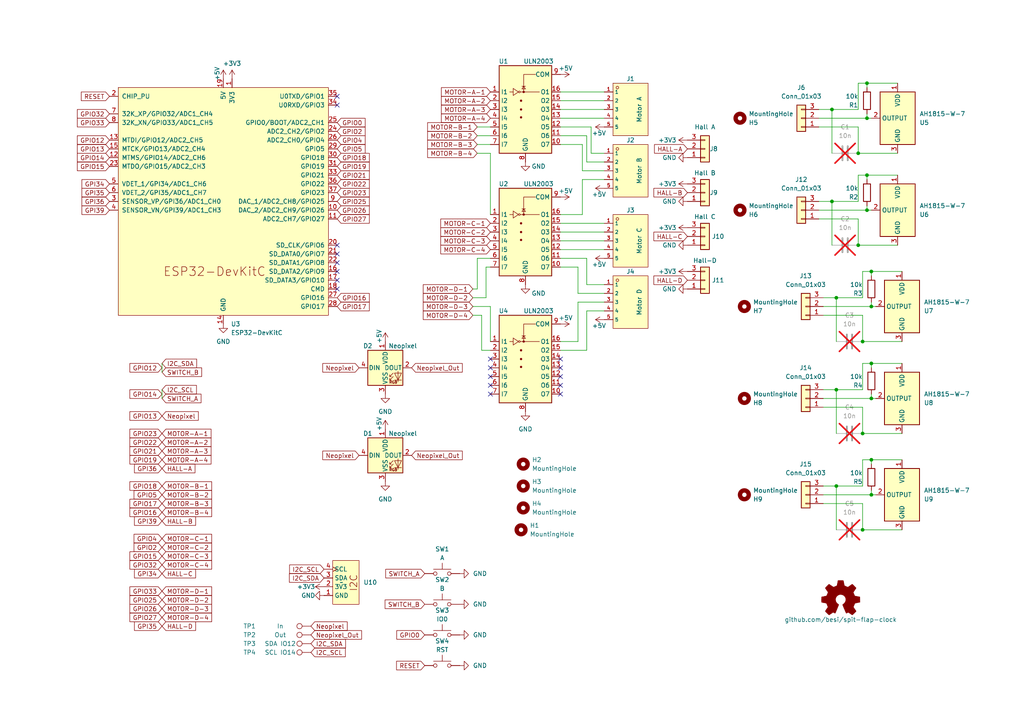
<source format=kicad_sch>
(kicad_sch (version 20230121) (generator eeschema)
  (paper "A4")
  (title_block (title "SplitFlap Driver") (date "2025-01-26") (rev "v1.0") (company "Besmer Labs"))
  (junction (at 252.73 105.41))
  (junction (at 242.57 140.97))
  (junction (at 252.73 78.74))
  (junction (at 242.57 113.03))
  (junction (at 250.19 153.67))
  (junction (at 57.15 -20.32))
  (junction (at 252.73 143.51))
  (junction (at 50.8 -15.24))
  (junction (at 248.92 71.12))
  (junction (at 241.3 31.75))
  (junction (at 251.46 34.29))
  (junction (at 101.6 -15.24))
  (junction (at 251.46 60.96))
  (junction (at 250.19 99.06))
  (junction (at 250.19 125.73))
  (junction (at 129.54 -15.24))
  (junction (at 251.46 50.8))
  (junction (at 252.73 88.9))
  (junction (at 242.57 86.36))
  (junction (at 241.3 58.42))
  (junction (at 116.84 -15.24))
  (junction (at 251.46 24.13))
  (junction (at 252.73 115.57))
  (junction (at 252.73 133.35))
  (junction (at 248.92 44.45))
  (no_connect (at 97.79 83.82))
  (no_connect (at 142.24 104.14))
  (no_connect (at 97.79 71.12))
  (no_connect (at 162.56 104.14))
  (no_connect (at 162.56 109.22))
  (no_connect (at 142.24 106.68))
  (no_connect (at 97.79 27.94))
  (no_connect (at 142.24 114.3))
  (no_connect (at 97.79 76.2))
  (no_connect (at 97.79 78.74))
  (no_connect (at 162.56 114.3))
  (no_connect (at 97.79 81.28))
  (no_connect (at 97.79 73.66))
  (no_connect (at 142.24 109.22))
  (no_connect (at 162.56 106.68))
  (no_connect (at 142.24 111.76))
  (no_connect (at 97.79 30.48))
  (no_connect (at 162.56 111.76))
  (wire (pts (xy 250.19 140.97) (xy 250.19 133.35)))
  (wire (pts (xy 251.46 25.4) (xy 251.46 24.13)))
  (wire (pts (xy 242.57 140.97) (xy 250.19 140.97)))
  (wire (pts (xy 162.56 36.83) (xy 171.45 36.83)))
  (wire (pts (xy 248.92 44.45) (xy 260.35 44.45)))
  (wire (pts (xy 162.56 39.37) (xy 170.18 39.37)))
  (wire (pts (xy 250.19 78.74) (xy 252.73 78.74)))
  (wire (pts (xy 48.26 -15.24) (xy 50.8 -15.24)))
  (wire (pts (xy 248.92 58.42) (xy 248.92 50.8)))
  (wire (pts (xy 238.76 86.36) (xy 242.57 86.36)))
  (wire (pts (xy 138.43 39.37) (xy 142.24 39.37)))
  (wire (pts (xy 129.54 -15.24) (xy 129.54 -13.97)))
  (wire (pts (xy 170.18 101.6) (xy 162.56 101.6)))
  (wire (pts (xy 96.52 -20.32) (xy 101.6 -20.32)))
  (wire (pts (xy 48.26 -17.78) (xy 50.8 -17.78)))
  (wire (pts (xy 171.45 44.45) (xy 175.26 44.45)))
  (wire (pts (xy 252.73 115.57) (xy 254 115.57)))
  (wire (pts (xy 251.46 52.07) (xy 251.46 50.8)))
  (wire (pts (xy 251.46 34.29) (xy 251.46 33.02)))
  (wire (pts (xy 116.84 -15.24) (xy 116.84 -13.97)))
  (wire (pts (xy 116.84 -15.24) (xy 120.65 -15.24)))
  (wire (pts (xy 250.19 86.36) (xy 250.19 78.74)))
  (wire (pts (xy 142.24 88.9) (xy 137.16 88.9)))
  (wire (pts (xy 50.8 -15.24) (xy 50.8 -10.16)))
  (wire (pts (xy 238.76 115.57) (xy 252.73 115.57)))
  (wire (pts (xy 252.73 78.74) (xy 261.62 78.74)))
  (wire (pts (xy 142.24 -8.89) (xy 142.24 -7.62)))
  (wire (pts (xy 168.91 52.07) (xy 175.26 52.07)))
  (wire (pts (xy 251.46 50.8) (xy 260.35 50.8)))
  (wire (pts (xy 175.26 26.67) (xy 162.56 26.67)))
  (wire (pts (xy 252.73 88.9) (xy 254 88.9)))
  (wire (pts (xy 175.26 87.63) (xy 167.64 87.63)))
  (wire (pts (xy 50.8 -17.78) (xy 50.8 -15.24)))
  (wire (pts (xy 238.76 118.11) (xy 250.19 118.11)))
  (wire (pts (xy 101.6 -22.86) (xy 101.6 -20.32)))
  (wire (pts (xy 57.15 -25.4) (xy 57.15 -20.32)))
  (wire (pts (xy 252.73 133.35) (xy 261.62 133.35)))
  (wire (pts (xy 57.15 -13.97) (xy 57.15 -10.16)))
  (wire (pts (xy 175.26 34.29) (xy 162.56 34.29)))
  (wire (pts (xy 241.3 44.45) (xy 241.3 31.75)))
  (wire (pts (xy 167.64 87.63) (xy 167.64 99.06)))
  (wire (pts (xy 252.73 134.62) (xy 252.73 133.35)))
  (wire (pts (xy 175.26 49.53) (xy 168.91 49.53)))
  (wire (pts (xy 175.26 31.75) (xy 162.56 31.75)))
  (wire (pts (xy 250.19 125.73) (xy 261.62 125.73)))
  (wire (pts (xy 237.49 58.42) (xy 241.3 58.42)))
  (wire (pts (xy 170.18 90.17) (xy 170.18 101.6)))
  (wire (pts (xy 238.76 146.05) (xy 250.19 146.05)))
  (wire (pts (xy 248.92 63.5) (xy 248.92 71.12)))
  (wire (pts (xy 238.76 140.97) (xy 242.57 140.97)))
  (wire (pts (xy 237.49 31.75) (xy 241.3 31.75)))
  (wire (pts (xy 248.92 36.83) (xy 248.92 44.45)))
  (wire (pts (xy 57.15 -20.32) (xy 57.15 -19.05)))
  (wire (pts (xy 46.99 105.41) (xy 46.99 107.95)))
  (wire (pts (xy 140.97 86.36) (xy 140.97 77.47)))
  (wire (pts (xy 139.7 101.6) (xy 139.7 91.44)))
  (wire (pts (xy 242.57 113.03) (xy 250.19 113.03)))
  (wire (pts (xy 101.6 -15.24) (xy 107.95 -15.24)))
  (wire (pts (xy 175.26 82.55) (xy 170.18 82.55)))
  (wire (pts (xy 142.24 -15.24) (xy 142.24 -13.97)))
  (wire (pts (xy 251.46 60.96) (xy 252.73 60.96)))
  (wire (pts (xy 175.26 90.17) (xy 170.18 90.17)))
  (wire (pts (xy 241.3 31.75) (xy 248.92 31.75)))
  (wire (pts (xy 168.91 49.53) (xy 168.91 41.91)))
  (wire (pts (xy 140.97 77.47) (xy 142.24 77.47)))
  (wire (pts (xy 125.73 -15.24) (xy 129.54 -15.24)))
  (wire (pts (xy 252.73 115.57) (xy 252.73 114.3)))
  (wire (pts (xy 248.92 71.12) (xy 260.35 71.12)))
  (wire (pts (xy 252.73 106.68) (xy 252.73 105.41)))
  (wire (pts (xy 175.26 67.31) (xy 162.56 67.31)))
  (wire (pts (xy 138.43 41.91) (xy 142.24 41.91)))
  (wire (pts (xy 242.57 99.06) (xy 242.57 86.36)))
  (wire (pts (xy 170.18 82.55) (xy 170.18 74.93)))
  (wire (pts (xy 48.26 -20.32) (xy 57.15 -20.32)))
  (wire (pts (xy 142.24 101.6) (xy 139.7 101.6)))
  (wire (pts (xy 250.19 91.44) (xy 250.19 99.06)))
  (wire (pts (xy 238.76 91.44) (xy 250.19 91.44)))
  (wire (pts (xy 252.73 143.51) (xy 254 143.51)))
  (wire (pts (xy 238.76 143.51) (xy 252.73 143.51)))
  (wire (pts (xy 170.18 46.99) (xy 175.26 46.99)))
  (wire (pts (xy 237.49 63.5) (xy 248.92 63.5)))
  (wire (pts (xy 129.54 -15.24) (xy 142.24 -15.24)))
  (wire (pts (xy 142.24 88.9) (xy 142.24 99.06)))
  (wire (pts (xy 237.49 36.83) (xy 248.92 36.83)))
  (wire (pts (xy 138.43 74.93) (xy 142.24 74.93)))
  (wire (pts (xy 137.16 83.82) (xy 138.43 83.82)))
  (wire (pts (xy 252.73 143.51) (xy 252.73 142.24)))
  (wire (pts (xy 175.26 64.77) (xy 162.56 64.77)))
  (wire (pts (xy 116.84 -8.89) (xy 116.84 -7.62)))
  (wire (pts (xy 175.26 29.21) (xy 162.56 29.21)))
  (wire (pts (xy 138.43 44.45) (xy 142.24 44.45)))
  (wire (pts (xy 139.7 91.44) (xy 137.16 91.44)))
  (wire (pts (xy 250.19 118.11) (xy 250.19 125.73)))
  (wire (pts (xy 252.73 80.01) (xy 252.73 78.74)))
  (wire (pts (xy 113.03 -15.24) (xy 116.84 -15.24)))
  (wire (pts (xy 138.43 36.83) (xy 142.24 36.83)))
  (wire (pts (xy 101.6 -22.86) (xy 116.84 -22.86)))
  (wire (pts (xy 250.19 146.05) (xy 250.19 153.67)))
  (wire (pts (xy 248.92 50.8) (xy 251.46 50.8)))
  (wire (pts (xy 116.84 -15.24) (xy 116.84 -22.86)))
  (wire (pts (xy 238.76 88.9) (xy 252.73 88.9)))
  (wire (pts (xy 242.57 86.36) (xy 250.19 86.36)))
  (wire (pts (xy 238.76 113.03) (xy 242.57 113.03)))
  (wire (pts (xy 168.91 41.91) (xy 162.56 41.91)))
  (wire (pts (xy 250.19 133.35) (xy 252.73 133.35)))
  (wire (pts (xy 171.45 36.83) (xy 171.45 44.45)))
  (wire (pts (xy 129.54 -8.89) (xy 129.54 -7.62)))
  (wire (pts (xy 250.19 113.03) (xy 250.19 105.41)))
  (wire (pts (xy 168.91 62.23) (xy 168.91 52.07)))
  (wire (pts (xy 250.19 105.41) (xy 252.73 105.41)))
  (wire (pts (xy 170.18 39.37) (xy 170.18 46.99)))
  (wire (pts (xy 250.19 153.67) (xy 261.62 153.67)))
  (wire (pts (xy 248.92 31.75) (xy 248.92 24.13)))
  (wire (pts (xy 162.56 62.23) (xy 168.91 62.23)))
  (wire (pts (xy 252.73 88.9) (xy 252.73 87.63)))
  (wire (pts (xy 237.49 34.29) (xy 251.46 34.29)))
  (wire (pts (xy 237.49 60.96) (xy 251.46 60.96)))
  (wire (pts (xy 252.73 105.41) (xy 261.62 105.41)))
  (wire (pts (xy 175.26 72.39) (xy 162.56 72.39)))
  (wire (pts (xy 142.24 44.45) (xy 142.24 62.23)))
  (wire (pts (xy 241.3 58.42) (xy 248.92 58.42)))
  (wire (pts (xy 162.56 77.47) (xy 167.64 77.47)))
  (wire (pts (xy 167.64 99.06) (xy 162.56 99.06)))
  (wire (pts (xy 251.46 24.13) (xy 260.35 24.13)))
  (wire (pts (xy 251.46 34.29) (xy 252.73 34.29)))
  (wire (pts (xy 248.92 24.13) (xy 251.46 24.13)))
  (wire (pts (xy 101.6 -8.89) (xy 101.6 -7.62)))
  (wire (pts (xy 242.57 125.73) (xy 242.57 113.03)))
  (wire (pts (xy 46.99 113.03) (xy 46.99 115.57)))
  (wire (pts (xy 96.52 -15.24) (xy 101.6 -15.24)))
  (wire (pts (xy 242.57 153.67) (xy 242.57 140.97)))
  (wire (pts (xy 138.43 83.82) (xy 138.43 74.93)))
  (wire (pts (xy 241.3 71.12) (xy 241.3 58.42)))
  (wire (pts (xy 101.6 -15.24) (xy 101.6 -13.97)))
  (wire (pts (xy 140.97 86.36) (xy 137.16 86.36)))
  (wire (pts (xy 175.26 69.85) (xy 162.56 69.85)))
  (wire (pts (xy 170.18 74.93) (xy 162.56 74.93)))
  (wire (pts (xy 251.46 60.96) (xy 251.46 59.69)))
  (wire (pts (xy 250.19 99.06) (xy 261.62 99.06)))
  (wire (pts (xy 167.64 77.47) (xy 167.64 85.09)))
  (wire (pts (xy 167.64 85.09) (xy 175.26 85.09)))
  (wire (pts (xy 57.15 -20.32) (xy 71.12 -20.32)))
  (label "POW_FB" (at 101.6 -22.86 0))
  (label "POW_OUT" (at 96.52 -15.24 0))
  (global_label "MOTOR-A-3" (shape input) (at 46.99 130.81 0) (property "Intersheetrefs" "${INTERSHEET_REFS}" (effects hide)))
  (global_label "GPI36" (shape input) (at 46.99 135.89 180) (property "Intersheetrefs" "${INTERSHEET_REFS}" (effects hide)))
  (global_label "GPIO25" (shape input) (at 46.99 173.99 180) (property "Intersheetrefs" "${INTERSHEET_REFS}" (effects hide)))
  (global_label "GPIO5" (shape input) (at 46.99 143.51 180) (property "Intersheetrefs" "${INTERSHEET_REFS}" (effects hide)))
  (global_label "MOTOR-B-4" (shape input) (at 138.43 44.45 180) (property "Intersheetrefs" "${INTERSHEET_REFS}" (effects hide)))
  (global_label "MOTOR-B-3" (shape input) (at 46.99 146.05 0) (property "Intersheetrefs" "${INTERSHEET_REFS}" (effects hide)))
  (global_label "MOTOR-A-2" (shape input) (at 142.24 29.21 180) (property "Intersheetrefs" "${INTERSHEET_REFS}" (effects hide)))
  (global_label "MOTOR-C-2" (shape input) (at 142.24 67.31 180) (property "Intersheetrefs" "${INTERSHEET_REFS}" (effects hide)))
  (global_label "MOTOR-B-4" (shape input) (at 46.99 148.59 0) (property "Intersheetrefs" "${INTERSHEET_REFS}" (effects hide)))
  (global_label "MOTOR-D-1" (shape input) (at 46.99 171.45 0) (property "Intersheetrefs" "${INTERSHEET_REFS}" (effects hide)))
  (global_label "GPIO26" (shape input) (at 97.79 60.96 0) (property "Intersheetrefs" "${INTERSHEET_REFS}" (effects hide)))
  (global_label "MOTOR-D-2" (shape input) (at 46.99 173.99 0) (property "Intersheetrefs" "${INTERSHEET_REFS}" (effects hide)))
  (global_label "SWITCH_B" (shape input) (at 123.19 175.26 180) (property "Intersheetrefs" "${INTERSHEET_REFS}" (effects hide)))
  (global_label "Neopixel" (shape input) (at 90.17 181.61 0) (property "Intersheetrefs" "${INTERSHEET_REFS}" (effects hide)))
  (global_label "MOTOR-A-4" (shape input) (at 46.99 133.35 0) (property "Intersheetrefs" "${INTERSHEET_REFS}" (effects hide)))
  (global_label "MOTOR-C-4" (shape input) (at 46.99 163.83 0) (property "Intersheetrefs" "${INTERSHEET_REFS}" (effects hide)))
  (global_label "MOTOR-C-1" (shape input) (at 142.24 64.77 180) (property "Intersheetrefs" "${INTERSHEET_REFS}" (effects hide)))
  (global_label "MOTOR-B-3" (shape input) (at 138.43 41.91 180) (property "Intersheetrefs" "${INTERSHEET_REFS}" (effects hide)))
  (global_label "MOTOR-A-1" (shape input) (at 46.99 125.73 0) (property "Intersheetrefs" "${INTERSHEET_REFS}" (effects hide)))
  (global_label "GPIO22" (shape input) (at 97.79 53.34 0) (property "Intersheetrefs" "${INTERSHEET_REFS}" (effects hide)))
  (global_label "Neopixel_Out" (shape input) (at 119.38 132.08 0) (property "Intersheetrefs" "${INTERSHEET_REFS}" (effects hide)))
  (global_label "MOTOR-B-2" (shape input) (at 46.99 143.51 0) (property "Intersheetrefs" "${INTERSHEET_REFS}" (effects hide)))
  (global_label "GPIO22" (shape input) (at 46.99 128.27 180) (property "Intersheetrefs" "${INTERSHEET_REFS}" (effects hide)))
  (global_label "GPIO16" (shape input) (at 46.99 148.59 180) (property "Intersheetrefs" "${INTERSHEET_REFS}" (effects hide)))
  (global_label "GPIO0" (shape input) (at 97.79 35.56 0) (property "Intersheetrefs" "${INTERSHEET_REFS}" (effects hide)))
  (global_label "GPIO4" (shape input) (at 46.99 156.21 180) (property "Intersheetrefs" "${INTERSHEET_REFS}" (effects hide)))
  (global_label "HALL-D" (shape input) (at 199.39 81.28 180) (property "Intersheetrefs" "${INTERSHEET_REFS}" (effects hide)))
  (global_label "Neopixel_Out" (shape input) (at 90.17 184.15 0) (property "Intersheetrefs" "${INTERSHEET_REFS}" (effects hide)))
  (global_label "I2C_SDA" (shape input) (at 90.17 186.69 0) (property "Intersheetrefs" "${INTERSHEET_REFS}" (effects hide)))
  (global_label "HALL-C" (shape input) (at 46.99 166.37 0) (property "Intersheetrefs" "${INTERSHEET_REFS}" (effects hide)))
  (global_label "HALL-A" (shape input) (at 46.99 135.89 0) (property "Intersheetrefs" "${INTERSHEET_REFS}" (effects hide)))
  (global_label "GPIO23" (shape input) (at 46.99 125.73 180) (property "Intersheetrefs" "${INTERSHEET_REFS}" (effects hide)))
  (global_label "SWITCH_A" (shape input) (at 46.99 115.57 0) (property "Intersheetrefs" "${INTERSHEET_REFS}" (effects hide)))
  (global_label "GPIO13" (shape input) (at 46.99 120.65 180) (property "Intersheetrefs" "${INTERSHEET_REFS}" (effects hide)))
  (global_label "MOTOR-B-1" (shape input) (at 138.43 36.83 180) (property "Intersheetrefs" "${INTERSHEET_REFS}" (effects hide)))
  (global_label "GPIO27" (shape input) (at 46.99 179.07 180) (property "Intersheetrefs" "${INTERSHEET_REFS}" (effects hide)))
  (global_label "GPIO12" (shape input) (at 46.99 106.68 180) (property "Intersheetrefs" "${INTERSHEET_REFS}" (effects hide)))
  (global_label "GPI35" (shape input) (at 46.99 181.61 180) (property "Intersheetrefs" "${INTERSHEET_REFS}" (effects hide)))
  (global_label "GPIO33" (shape input) (at 46.99 171.45 180) (property "Intersheetrefs" "${INTERSHEET_REFS}" (effects hide)))
  (global_label "Neopixel" (shape input) (at 104.14 106.68 180) (property "Intersheetrefs" "${INTERSHEET_REFS}" (effects hide)))
  (global_label "HALL-B" (shape input) (at 199.39 55.88 180) (property "Intersheetrefs" "${INTERSHEET_REFS}" (effects hide)))
  (global_label "MOTOR-B-2" (shape input) (at 138.43 39.37 180) (property "Intersheetrefs" "${INTERSHEET_REFS}" (effects hide)))
  (global_label "MOTOR-A-2" (shape input) (at 46.99 128.27 0) (property "Intersheetrefs" "${INTERSHEET_REFS}" (effects hide)))
  (global_label "I2C_SDA" (shape input) (at 93.98 167.64 180) (property "Intersheetrefs" "${INTERSHEET_REFS}" (effects hide)))
  (global_label "MOTOR-C-3" (shape input) (at 142.24 69.85 180) (property "Intersheetrefs" "${INTERSHEET_REFS}" (effects hide)))
  (global_label "GPIO27" (shape input) (at 97.79 63.5 0) (property "Intersheetrefs" "${INTERSHEET_REFS}" (effects hide)))
  (global_label "GPIO18" (shape input) (at 46.99 140.97 180) (property "Intersheetrefs" "${INTERSHEET_REFS}" (effects hide)))
  (global_label "I2C_SCL" (shape input) (at 90.17 189.23 0) (property "Intersheetrefs" "${INTERSHEET_REFS}" (effects hide)))
  (global_label "MOTOR-C-2" (shape input) (at 46.99 158.75 0) (property "Intersheetrefs" "${INTERSHEET_REFS}" (effects hide)))
  (global_label "GPIO5" (shape input) (at 97.79 43.18 0) (property "Intersheetrefs" "${INTERSHEET_REFS}" (effects hide)))
  (global_label "GPIO21" (shape input) (at 97.79 50.8 0) (property "Intersheetrefs" "${INTERSHEET_REFS}" (effects hide)))
  (global_label "GPIO19" (shape input) (at 97.79 48.26 0) (property "Intersheetrefs" "${INTERSHEET_REFS}" (effects hide)))
  (global_label "Neopixel" (shape input) (at 46.99 120.65 0) (property "Intersheetrefs" "${INTERSHEET_REFS}" (effects hide)))
  (global_label "Neopixel" (shape input) (at 104.14 132.08 180) (property "Intersheetrefs" "${INTERSHEET_REFS}" (effects hide)))
  (global_label "GPIO14" (shape input) (at 31.75 45.72 180) (property "Intersheetrefs" "${INTERSHEET_REFS}" (effects hide)))
  (global_label "GPIO4" (shape input) (at 97.79 40.64 0) (property "Intersheetrefs" "${INTERSHEET_REFS}" (effects hide)))
  (global_label "MOTOR-C-1" (shape input) (at 46.99 156.21 0) (property "Intersheetrefs" "${INTERSHEET_REFS}" (effects hide)))
  (global_label "GPIO32" (shape input) (at 31.75 33.02 180) (property "Intersheetrefs" "${INTERSHEET_REFS}" (effects hide)))
  (global_label "GPIO18" (shape input) (at 97.79 45.72 0) (property "Intersheetrefs" "${INTERSHEET_REFS}" (effects hide)))
  (global_label "I2C_SDA" (shape input) (at 46.99 105.41 0) (property "Intersheetrefs" "${INTERSHEET_REFS}" (effects hide)))
  (global_label "GPIO0" (shape input) (at 123.19 184.15 180) (property "Intersheetrefs" "${INTERSHEET_REFS}" (effects hide)))
  (global_label "HALL-A" (shape input) (at 199.39 43.18 180) (property "Intersheetrefs" "${INTERSHEET_REFS}" (effects hide)))
  (global_label "MOTOR-A-4" (shape input) (at 142.24 34.29 180) (property "Intersheetrefs" "${INTERSHEET_REFS}" (effects hide)))
  (global_label "GPIO19" (shape input) (at 46.99 133.35 180) (property "Intersheetrefs" "${INTERSHEET_REFS}" (effects hide)))
  (global_label "I2C_SCL" (shape input) (at 46.99 113.03 0) (property "Intersheetrefs" "${INTERSHEET_REFS}" (effects hide)))
  (global_label "MOTOR-D-4" (shape input) (at 137.16 91.44 180) (property "Intersheetrefs" "${INTERSHEET_REFS}" (effects hide)))
  (global_label "GPIO21" (shape input) (at 46.99 130.81 180) (property "Intersheetrefs" "${INTERSHEET_REFS}" (effects hide)))
  (global_label "SWITCH_A" (shape input) (at 123.19 166.37 180) (property "Intersheetrefs" "${INTERSHEET_REFS}" (effects hide)))
  (global_label "MOTOR-C-3" (shape input) (at 46.99 161.29 0) (property "Intersheetrefs" "${INTERSHEET_REFS}" (effects hide)))
  (global_label "MOTOR-D-2" (shape input) (at 137.16 86.36 180) (property "Intersheetrefs" "${INTERSHEET_REFS}" (effects hide)))
  (global_label "RESET" (shape input) (at 31.75 27.94 180) (property "Intersheetrefs" "${INTERSHEET_REFS}" (effects hide)))
  (global_label "GPIO15" (shape input) (at 31.75 48.26 180) (property "Intersheetrefs" "${INTERSHEET_REFS}" (effects hide)))
  (global_label "HALL-B" (shape input) (at 46.99 151.13 0) (property "Intersheetrefs" "${INTERSHEET_REFS}" (effects hide)))
  (global_label "MOTOR-D-4" (shape input) (at 46.99 179.07 0) (property "Intersheetrefs" "${INTERSHEET_REFS}" (effects hide)))
  (global_label "HALL-D" (shape input) (at 46.99 181.61 0) (property "Intersheetrefs" "${INTERSHEET_REFS}" (effects hide)))
  (global_label "GPIO15" (shape input) (at 46.99 161.29 180) (property "Intersheetrefs" "${INTERSHEET_REFS}" (effects hide)))
  (global_label "GPIO12" (shape input) (at 31.75 40.64 180) (property "Intersheetrefs" "${INTERSHEET_REFS}" (effects hide)))
  (global_label "GPIO2" (shape input) (at 97.79 38.1 0) (property "Intersheetrefs" "${INTERSHEET_REFS}" (effects hide)))
  (global_label "MOTOR-D-1" (shape input) (at 137.16 83.82 180) (property "Intersheetrefs" "${INTERSHEET_REFS}" (effects hide)))
  (global_label "MOTOR-D-3" (shape input) (at 137.16 88.9 180) (property "Intersheetrefs" "${INTERSHEET_REFS}" (effects hide)))
  (global_label "I2C_SCL" (shape input) (at 93.98 165.1 180) (property "Intersheetrefs" "${INTERSHEET_REFS}" (effects hide)))
  (global_label "GPIO23" (shape input) (at 97.79 55.88 0) (property "Intersheetrefs" "${INTERSHEET_REFS}" (effects hide)))
  (global_label "MOTOR-C-4" (shape input) (at 142.24 72.39 180) (property "Intersheetrefs" "${INTERSHEET_REFS}" (effects hide)))
  (global_label "HALL-C" (shape input) (at 199.39 68.58 180) (property "Intersheetrefs" "${INTERSHEET_REFS}" (effects hide)))
  (global_label "MOTOR-D-3" (shape input) (at 46.99 176.53 0) (property "Intersheetrefs" "${INTERSHEET_REFS}" (effects hide)))
  (global_label "MOTOR-A-3" (shape input) (at 142.24 31.75 180) (property "Intersheetrefs" "${INTERSHEET_REFS}" (effects hide)))
  (global_label "GPI34" (shape input) (at 31.75 53.34 180) (property "Intersheetrefs" "${INTERSHEET_REFS}" (effects hide)))
  (global_label "GPIO25" (shape input) (at 97.79 58.42 0) (property "Intersheetrefs" "${INTERSHEET_REFS}" (effects hide)))
  (global_label "Neopixel_Out" (shape input) (at 119.38 106.68 0) (property "Intersheetrefs" "${INTERSHEET_REFS}" (effects hide)))
  (global_label "GPI34" (shape input) (at 46.99 166.37 180) (property "Intersheetrefs" "${INTERSHEET_REFS}" (effects hide)))
  (global_label "GPI39" (shape input) (at 31.75 60.96 180) (property "Intersheetrefs" "${INTERSHEET_REFS}" (effects hide)))
  (global_label "RESET" (shape input) (at 123.19 193.04 180) (property "Intersheetrefs" "${INTERSHEET_REFS}" (effects hide)))
  (global_label "GPIO26" (shape input) (at 46.99 176.53 180) (property "Intersheetrefs" "${INTERSHEET_REFS}" (effects hide)))
  (global_label "GPI36" (shape input) (at 31.75 58.42 180) (property "Intersheetrefs" "${INTERSHEET_REFS}" (effects hide)))
  (global_label "GPIO17" (shape input) (at 46.99 146.05 180) (property "Intersheetrefs" "${INTERSHEET_REFS}" (effects hide)))
  (global_label "SWITCH_B" (shape input) (at 46.99 107.95 0) (property "Intersheetrefs" "${INTERSHEET_REFS}" (effects hide)))
  (global_label "GPIO17" (shape input) (at 97.79 88.9 0) (property "Intersheetrefs" "${INTERSHEET_REFS}" (effects hide)))
  (global_label "GPIO16" (shape input) (at 97.79 86.36 0) (property "Intersheetrefs" "${INTERSHEET_REFS}" (effects hide)))
  (global_label "GPIO14" (shape input) (at 46.99 114.3 180) (property "Intersheetrefs" "${INTERSHEET_REFS}" (effects hide)))
  (global_label "GPIO13" (shape input) (at 31.75 43.18 180) (property "Intersheetrefs" "${INTERSHEET_REFS}" (effects hide)))
  (global_label "GPI35" (shape input) (at 31.75 55.88 180) (property "Intersheetrefs" "${INTERSHEET_REFS}" (effects hide)))
  (global_label "GPIO33" (shape input) (at 31.75 35.56 180) (property "Intersheetrefs" "${INTERSHEET_REFS}" (effects hide)))
  (global_label "GPIO2" (shape input) (at 46.99 158.75 180) (property "Intersheetrefs" "${INTERSHEET_REFS}" (effects hide)))
  (global_label "GPI39" (shape input) (at 46.99 151.13 180) (property "Intersheetrefs" "${INTERSHEET_REFS}" (effects hide)))
  (global_label "MOTOR-B-1" (shape input) (at 46.99 140.97 0) (property "Intersheetrefs" "${INTERSHEET_REFS}" (effects hide)))
  (global_label "MOTOR-A-1" (shape input) (at 142.24 26.67 180) (property "Intersheetrefs" "${INTERSHEET_REFS}" (effects hide)))
  (global_label "GPIO32" (shape input) (at 46.99 163.83 180) (property "Intersheetrefs" "${INTERSHEET_REFS}" (effects hide)))
  (symbol (lib_id "power:GND") (at 133.35 184.15 90) (unit 1)
    (property "Reference" "#PWR028" (effects hide))
    (property "Value" "GND" (at 137.16 184.15 90) (effects (justify right)))
  )
  (symbol (lib_id "qwiic-adapter:qwiic-adapter") (at 100.33 168.91 0) (unit 1)
    (property "Reference" "U10" (at 105.41 168.91 0) (effects (justify left)))
    (property "Value" "~" (at 99.06 168.91 0))
    (property "Footprint" "qwiic-adapter:qwiic-adapter" (effects hide))
  )
  (symbol (lib_id "Device:C_Polarized_Small") (at 142.24 -11.43 0) (unit 1)
    (property "Reference" "C9" (at 145.415 -13.2461 0) (effects (justify left)))
    (property "Value" "10uF" (at 145.415 -10.7061 0) (effects (justify left)))
    (property "Footprint" "Capacitor_THT:CP_Radial_D5.0mm_P2.00mm" (effects hide))
  )
  (symbol (lib_id "Connector:TestPoint") (at 90.17 181.61 90) (unit 1) (in_bom no)
    (property "Reference" "TP1" (at 72.39 181.61 90))
    (property "Value" "In" (at 81.28 181.61 90))
    (property "Footprint" "TestPoint:TestPoint_Pad_D1.5mm" (effects hide))
  )
  (symbol (lib_id "Device:L_Small") (at 110.49 -15.24 90) (unit 1)
    (property "Reference" "L1" (at 110.49 -20.32 90))
    (property "Value" "33uH" (at 110.49 -17.78 90))
    (property "Footprint" "Inductor_THT:L_Radial_D7.2mm_P3.00mm_Murata_1700" (effects hide))
  )
  (symbol (lib_id "power:GND") (at 93.98 172.72 270) (unit 1)
    (property "Reference" "#PWR025" (effects hide))
    (property "Value" "GND" (at 89.408 172.72 90))
  )
  (symbol (lib_id "Mechanical:MountingHole") (at 215.9 143.51 0) (mirror x) (unit 1) (in_bom no)
    (property "Reference" "H9" (at 218.44 144.7801 0) (effects (justify left)))
    (property "Value" "MountingHole" (at 218.44 142.2401 0) (effects (justify left)))
    (property "Footprint" "MountingHole:MountingHole_3.2mm_M3" (effects hide))
    (property "LCSC" "DNP" (effects hide))
  )
  (symbol (lib_id "B5B-XH-A_(LF)(SN):B5B-XH-A_(LF)(SN)") (at 181.61 31.75 0) (unit 1)
    (property "Reference" "J1" (at 182.88 22.86 0))
    (property "Value" "Motor A" (at 185.42 31.75 90))
    (property "Footprint" "jlc_footprints:CONN-TH_B5B-XH-A-LF-SN" (effects hide))
    (property "Datasheet" "https://atta.szlcsc.com/upload/public/pdf/source/20180319/EA947BC272645EB2E2B2116BA052A949.pdf" (effects hide))
    (property "LCSC" "C157991" (effects hide))
  )
  (symbol (lib_id "power:+5V") (at 175.26 92.71 90) (mirror x) (unit 1)
    (property "Reference" "#PWR08" (effects hide))
    (property "Value" "+5V" (at 171.704 94.488 90) (effects (justify right)))
  )
  (symbol (lib_id "Connector:TestPoint") (at 90.17 184.15 90) (unit 1) (in_bom no)
    (property "Reference" "TP2" (at 72.39 184.15 90))
    (property "Value" "Out" (at 81.28 184.15 90))
    (property "Footprint" "TestPoint:TestPoint_Pad_D1.5mm" (effects hide))
  )
  (symbol (lib_id "Device:C_Polarized_Small") (at 57.15 -16.51 0) (unit 1)
    (property "Reference" "C6" (at 60.325 -18.3261 0) (effects (justify left)))
    (property "Value" "220uF" (at 60.325 -15.7861 0) (effects (justify left)))
    (property "Footprint" "Capacitor_THT:CP_Radial_D10.0mm_P3.50mm" (effects hide))
  )
  (symbol (lib_id "Transistor_Array:ULN2003") (at 152.4 67.31 0) (unit 1)
    (property "Reference" "U2" (at 146.05 53.34 0))
    (property "Value" "ULN2003" (at 156.21 53.34 0))
    (property "Footprint" "jlc_footprints:SOIC-16_L9.9-W3.9-P1.27-LS6.0-BL" (effects hide))
    (property "Datasheet" "http://www.ti.com/lit/ds/symlink/uln2003a.pdf" (effects hide))
  )
  (symbol (lib_id "Device:C_Polarized_Small") (at 116.84 -11.43 0) (unit 1)
    (property "Reference" "C7" (at 120.015 -13.2461 0) (effects (justify left)))
    (property "Value" "220uF" (at 120.015 -10.7061 0) (effects (justify left)))
    (property "Footprint" "Capacitor_THT:CP_Radial_D10.0mm_P3.50mm" (effects hide))
  )
  (symbol (lib_id "Connector:Barrel_Jack_Switch") (at 40.64 -17.78 0) (unit 1)
    (property "Reference" "J7" (at 40.64 -26.67 0))
    (property "Value" "Barrel_Jack_Switch" (at 40.64 -24.13 0))
    (property "Footprint" "Connector_BarrelJack:BarrelJack_GCT_DCJ200-10-A_Horizontal" (effects hide))
  )
  (symbol (lib_id "Sensor_Magnetic:AH1806-W") (at 260.35 34.29 0) (mirror y) (unit 1)
    (property "Reference" "U5" (at 266.7 35.56 0) (effects (justify right)))
    (property "Value" "AH1815-W-7" (at 266.7 33.02 0) (effects (justify right)))
    (property "Footprint" "Package_TO_SOT_SMD:SC-59_Handsoldering" (effects hide))
    (property "Datasheet" "https://www.diodes.com/assets/Datasheets/AH1806.pdf" (effects hide))
  )
  (symbol (lib_id "power:+12V") (at 57.15 -25.4 0) (unit 1)
    (property "Reference" "#PWR035" (effects hide))
    (property "Value" "+12V" (at 57.15 -30.48 0))
  )
  (symbol (lib_id "Sensor_Magnetic:AH1806-W") (at 261.62 115.57 0) (mirror y) (unit 1)
    (property "Reference" "U8" (at 267.97 116.84 0) (effects (justify right)))
    (property "Value" "AH1815-W-7" (at 267.97 114.3 0) (effects (justify right)))
    (property "Footprint" "Package_TO_SOT_SMD:SC-59_Handsoldering" (effects hide))
    (property "Datasheet" "https://www.diodes.com/assets/Datasheets/AH1806.pdf" (effects hide))
  )
  (symbol (lib_id "power:GND") (at 152.4 119.38 0) (unit 1)
    (property "Reference" "#PWR06" (effects hide))
    (property "Value" "GND" (at 152.4 124.46 0))
  )
  (symbol (lib_id "Switch:SW_Push") (at 128.27 175.26 0) (mirror y) (unit 1)
    (property "Reference" "SW2" (at 128.27 168.148 0))
    (property "Value" "B" (at 128.27 170.688 0))
    (property "Footprint" "Button_Switch_SMD:SW_Push_1P1T_NO_Vertical_Wuerth_434133025816" (effects hide))
  )
  (symbol (lib_id "power:+5V") (at 111.76 124.46 0) (mirror y) (unit 1)
    (property "Reference" "#PWR09" (effects hide))
    (property "Value" "+5V" (at 109.982 120.904 90) (effects (justify right)))
  )
  (symbol (lib_id "power:GND") (at 129.54 -7.62 0) (unit 1)
    (property "Reference" "#PWR043" (effects hide))
    (property "Value" "GND" (effects hide))
  )
  (symbol (lib_id "power:GND") (at 199.39 58.42 270) (unit 1)
    (property "Reference" "#PWR015" (effects hide))
    (property "Value" "GND" (at 196.215 58.42 90) (effects (justify right)))
  )
  (symbol (lib_id "power:+3V3") (at 199.39 66.04 90) (unit 1)
    (property "Reference" "#PWR016" (effects hide))
    (property "Value" "+3V3" (at 196.215 66.04 90) (effects (justify left)))
  )
  (symbol (lib_id "power:+5V") (at 64.77 22.86 0) (mirror y) (unit 1)
    (property "Reference" "#PWR023" (effects hide))
    (property "Value" "+5V" (at 62.992 19.304 90) (effects (justify right)))
  )
  (symbol (lib_id "power:GND") (at 152.4 82.55 0) (unit 1)
    (property "Reference" "#PWR010" (effects hide))
    (property "Value" "GND" (at 156.21 85.09 0))
  )
  (symbol (lib_id "Mechanical:MountingHole") (at 214.63 60.96 0) (mirror x) (unit 1) (in_bom no)
    (property "Reference" "H6" (at 217.17 62.2301 0) (effects (justify left)))
    (property "Value" "MountingHole" (at 217.17 59.6901 0) (effects (justify left)))
    (property "Footprint" "MountingHole:MountingHole_3.2mm_M3" (effects hide))
    (property "LCSC" "DNP" (effects hide))
  )
  (symbol (lib_id "Connector_Generic:Conn_01x03") (at 204.47 68.58 0) (mirror x) (unit 1)
    (property "Reference" "J10" (at 208.28 68.58 0))
    (property "Value" "Hall C" (at 204.47 62.865 0))
    (property "Footprint" "Connector_JST:JST_EH_B3B-EH-A_1x03_P2.50mm_Vertical" (effects hide))
  )
  (symbol (lib_id "power:+5V") (at 162.56 21.59 270) (mirror x) (unit 1)
    (property "Reference" "#PWR03" (effects hide))
    (property "Value" "+5V" (at 166.116 19.812 90) (effects (justify right)))
  )
  (symbol (lib_id "Device:R") (at 252.73 83.82 0) (mirror x) (unit 1)
    (property "Reference" "R3" (at 250.19 85.09 0) (effects (justify right)))
    (property "Value" "10k" (at 250.19 82.55 0) (effects (justify right)))
    (property "Footprint" "Resistor_SMD:R_0805_2012Metric_Pad1.20x1.40mm_HandSolder" (effects hide))
  )
  (symbol (lib_id "Switch:SW_Push") (at 128.27 166.37 0) (mirror y) (unit 1)
    (property "Reference" "SW1" (at 128.27 159.258 0))
    (property "Value" "A" (at 128.27 161.798 0))
    (property "Footprint" "Button_Switch_SMD:SW_Push_1P1T_NO_Vertical_Wuerth_434133025816" (effects hide))
  )
  (symbol (lib_id "Sensor_Magnetic:AH1806-W") (at 261.62 88.9 0) (mirror y) (unit 1)
    (property "Reference" "U7" (at 267.97 90.17 0) (effects (justify right)))
    (property "Value" "AH1815-W-7" (at 267.97 87.63 0) (effects (justify right)))
    (property "Footprint" "Package_TO_SOT_SMD:SC-59_Handsoldering" (effects hide))
    (property "Datasheet" "https://www.diodes.com/assets/Datasheets/AH1806.pdf" (effects hide))
  )
  (symbol (lib_id "LED:WS2812B") (at 111.76 106.68 0) (unit 1)
    (property "Reference" "D2" (at 106.68 100.33 0))
    (property "Value" "Neopixel" (at 116.84 100.33 0))
    (property "Footprint" "LED_SMD:LED_WS2812B_PLCC4_5.0x5.0mm_P3.2mm" (effects hide))
    (property "Datasheet" "https://cdn-shop.adafruit.com/datasheets/WS2812B.pdf" (effects hide))
  )
  (symbol (lib_id "power:GND") (at 142.24 -7.62 0) (unit 1)
    (property "Reference" "#PWR045" (effects hide))
    (property "Value" "GND" (effects hide))
  )
  (symbol (lib_id "power:GND") (at 152.4 46.99 0) (unit 1)
    (property "Reference" "#PWR011" (effects hide))
    (property "Value" "GND" (at 156.21 48.26 0))
  )
  (symbol (lib_id "Device:D_Schottky_Small") (at 101.6 -11.43 270) (unit 1)
    (property "Reference" "D3" (at 103.505 -12.954 90) (effects (justify left)))
    (property "Value" "1N5822" (at 103.505 -10.414 90) (effects (justify left)))
    (property "Footprint" "Diode_THT:D_DO-201_P12.70mm_Horizontal" (effects hide))
  )
  (symbol (lib_id "Connector_Generic:Conn_01x03") (at 204.47 81.28 0) (mirror x) (unit 1)
    (property "Reference" "J11" (at 208.28 81.28 0))
    (property "Value" "Hall-D" (at 204.47 75.565 0))
    (property "Footprint" "Connector_JST:JST_EH_B3B-EH-A_1x03_P2.50mm_Vertical" (effects hide))
  )
  (symbol (lib_id "power:GND") (at 133.35 166.37 90) (unit 1)
    (property "Reference" "#PWR029" (effects hide))
    (property "Value" "GND" (at 137.16 166.37 90) (effects (justify right)))
  )
  (symbol (lib_id "Device:C") (at 246.38 125.73 90) (unit 1) (in_bom no) (on_board no) (dnp yes)
    (property "Reference" "C4" (at 246.38 118.11 90))
    (property "Value" "10n" (at 246.38 120.65 90))
  )
  (symbol (lib_id "Connector_Generic:Conn_01x03") (at 204.47 43.18 0) (mirror x) (unit 1)
    (property "Reference" "J8" (at 207.01 43.18 0))
    (property "Value" "Hall A" (at 204.47 36.83 0))
    (property "Footprint" "Connector_JST:JST_EH_B3B-EH-A_1x03_P2.50mm_Vertical" (effects hide))
  )
  (symbol (lib_id "power:GND") (at 199.39 45.72 270) (unit 1)
    (property "Reference" "#PWR012" (effects hide))
    (property "Value" "GND" (at 196.215 45.72 90) (effects (justify right)))
  )
  (symbol (lib_id "power:GND") (at 133.35 193.04 90) (unit 1)
    (property "Reference" "#PWR030" (effects hide))
    (property "Value" "GND" (at 137.16 193.04 90) (effects (justify right)))
  )
  (symbol (lib_id "power:+5V") (at 162.56 57.15 270) (mirror x) (unit 1)
    (property "Reference" "#PWR04" (effects hide))
    (property "Value" "+5V" (at 166.116 55.372 90) (effects (justify right)))
  )
  (symbol (lib_id "power:GND") (at 199.39 71.12 270) (unit 1)
    (property "Reference" "#PWR017" (effects hide))
    (property "Value" "GND" (at 196.215 71.12 90) (effects (justify right)))
  )
  (symbol (lib_id "power:+3V3") (at 199.39 78.74 90) (unit 1)
    (property "Reference" "#PWR018" (effects hide))
    (property "Value" "+3V3" (at 196.215 78.74 90) (effects (justify left)))
  )
  (symbol (lib_id "power:+5V") (at 175.26 54.61 90) (mirror x) (unit 1)
    (property "Reference" "#PWR02" (effects hide))
    (property "Value" "+5V" (at 171.704 56.388 90) (effects (justify right)))
  )
  (symbol (lib_id "Sensor_Magnetic:AH1806-W") (at 260.35 60.96 0) (mirror y) (unit 1)
    (property "Reference" "U6" (at 266.7 62.23 0) (effects (justify right)))
    (property "Value" "AH1815-W-7" (at 266.7 59.69 0) (effects (justify right)))
    (property "Footprint" "Package_TO_SOT_SMD:SC-59_Handsoldering" (effects hide))
    (property "Datasheet" "https://www.diodes.com/assets/Datasheets/AH1806.pdf" (effects hide))
  )
  (symbol (lib_id "Sensor_Magnetic:AH1806-W") (at 261.62 143.51 0) (mirror y) (unit 1)
    (property "Reference" "U9" (at 267.97 144.78 0) (effects (justify right)))
    (property "Value" "AH1815-W-7" (at 267.97 142.24 0) (effects (justify right)))
    (property "Footprint" "Package_TO_SOT_SMD:SC-59_Handsoldering" (effects hide))
    (property "Datasheet" "https://www.diodes.com/assets/Datasheets/AH1806.pdf" (effects hide))
  )
  (symbol (lib_id "espsbeat:ESP32-DevKitC") (at 64.77 58.42 0) (unit 1)
    (property "Reference" "U3" (at 66.9641 93.98 0) (effects (justify left)))
    (property "Value" "ESP32-DevKitC" (at 66.9641 96.52 0) (effects (justify left)))
    (property "Footprint" "PCM_Espressif:ESP32-DevKitC" (effects hide))
    (property "Datasheet" "https://docs.espressif.com/projects/esp-idf/zh_CN/latest/esp32/hw-reference/esp32/get-started-devkitc.html" (effects hide))
  )
  (symbol (lib_id "Connector_Generic:Conn_01x03") (at 233.68 88.9 180) (unit 1)
    (property "Reference" "J13" (at 233.68 80.01 0))
    (property "Value" "Conn_01x03" (at 233.68 82.55 0))
    (property "Footprint" "Connector_PinHeader_2.54mm:PinHeader_1x03_P2.54mm_Vertical" (effects hide))
  )
  (symbol (lib_id "Device:C") (at 245.11 71.12 90) (unit 1) (in_bom no) (on_board no) (dnp yes)
    (property "Reference" "C2" (at 245.11 63.5 90))
    (property "Value" "10n" (at 245.11 66.04 90))
  )
  (symbol (lib_id "power:+3V3") (at 199.39 40.64 90) (unit 1)
    (property "Reference" "#PWR013" (effects hide))
    (property "Value" "+3V3" (at 196.215 40.64 90) (effects (justify left)))
  )
  (symbol (lib_id "B5B-XH-A_(LF)(SN):B5B-XH-A_(LF)(SN)") (at 181.61 87.63 0) (unit 1)
    (property "Reference" "J4" (at 182.88 78.74 0))
    (property "Value" "Motor D" (at 185.42 87.63 90))
    (property "Footprint" "jlc_footprints:CONN-TH_B5B-XH-A-LF-SN" (effects hide))
    (property "Datasheet" "https://atta.szlcsc.com/upload/public/pdf/source/20180319/EA947BC272645EB2E2B2116BA052A949.pdf" (effects hide))
    (property "LCSC" "C157991" (effects hide))
  )
  (symbol (lib_id "Connector_Generic:Conn_01x03") (at 232.41 34.29 180) (unit 1)
    (property "Reference" "J6" (at 232.41 25.4 0))
    (property "Value" "Conn_01x03" (at 232.41 27.94 0))
    (property "Footprint" "Connector_PinHeader_2.54mm:PinHeader_1x03_P2.54mm_Vertical" (effects hide))
  )
  (symbol (lib_id "power:GND") (at 57.15 -10.16 0) (unit 1)
    (property "Reference" "#PWR036" (effects hide))
    (property "Value" "GND" (effects hide))
  )
  (symbol (lib_id "Device:C") (at 246.38 99.06 90) (unit 1) (in_bom no) (on_board no) (dnp yes)
    (property "Reference" "C3" (at 246.38 91.44 90))
    (property "Value" "10n" (at 246.38 93.98 90))
  )
  (symbol (lib_id "Connector:TestPoint") (at 90.17 189.23 90) (unit 1)
    (property "Reference" "TP4" (at 72.39 189.23 90))
    (property "Value" "SCL IO14" (at 81.28 189.23 90))
    (property "Footprint" "TestPoint:TestPoint_Pad_D1.5mm" (effects hide))
  )
  (symbol (lib_id "Mechanical:MountingHole") (at 214.63 34.29 0) (mirror x) (unit 1) (in_bom no)
    (property "Reference" "H5" (at 217.17 35.5601 0) (effects (justify left)))
    (property "Value" "MountingHole" (at 217.17 33.0201 0) (effects (justify left)))
    (property "Footprint" "MountingHole:MountingHole_3.2mm_M3" (effects hide))
    (property "LCSC" "DNP" (effects hide))
  )
  (symbol (lib_id "Connector_Generic:Conn_01x03") (at 233.68 143.51 180) (unit 1)
    (property "Reference" "J15" (at 233.68 134.62 0))
    (property "Value" "Conn_01x03" (at 233.68 137.16 0))
    (property "Footprint" "Connector_PinHeader_2.54mm:PinHeader_1x03_P2.54mm_Vertical" (effects hide))
  )
  (symbol (lib_id "Device:R") (at 251.46 29.21 0) (mirror x) (unit 1)
    (property "Reference" "R1" (at 248.92 30.48 0) (effects (justify right)))
    (property "Value" "10k" (at 248.92 27.94 0) (effects (justify right)))
    (property "Footprint" "Resistor_SMD:R_0805_2012Metric_Pad1.20x1.40mm_HandSolder" (effects hide))
  )
  (symbol (lib_id "power:+5V") (at 175.26 74.93 90) (mirror x) (unit 1)
    (property "Reference" "#PWR07" (effects hide))
    (property "Value" "+5V" (at 171.704 76.708 90) (effects (justify right)))
  )
  (symbol (lib_id "Regulator_Switching:LM2596S-5") (at 83.82 -17.78 0) (unit 1)
    (property "Reference" "U12" (at 83.82 -27.94 0))
    (property "Value" "LM2596S-5" (at 83.82 -25.4 0))
    (property "Footprint" "Package_TO_SOT_SMD:TO-263-5_TabPin3" (effects hide))
    (property "Datasheet" "http://www.ti.com/lit/ds/symlink/lm2596.pdf" (effects hide))
  )
  (symbol (lib_id "Connector_Generic:Conn_01x03") (at 233.68 115.57 180) (unit 1)
    (property "Reference" "J14" (at 233.68 106.68 0))
    (property "Value" "Conn_01x03" (at 233.68 109.22 0))
    (property "Footprint" "Connector_PinHeader_2.54mm:PinHeader_1x03_P2.54mm_Vertical" (effects hide))
  )
  (symbol (lib_id "Mechanical:MountingHole") (at 151.765 140.97 0) (unit 1) (in_bom no)
    (property "Reference" "H3" (at 154.305 139.6999 0) (effects (justify left)))
    (property "Value" "MountingHole" (at 154.305 142.2399 0) (effects (justify left)))
    (property "Footprint" "MountingHole:MountingHole_3.2mm_M3" (effects hide))
    (property "LCSC" "DNP" (effects hide))
  )
  (symbol (lib_id "power:GND") (at 116.84 -7.62 0) (unit 1)
    (property "Reference" "#PWR041" (effects hide))
    (property "Value" "GND" (effects hide))
  )
  (symbol (lib_id "power:GND") (at 199.39 83.82 270) (unit 1)
    (property "Reference" "#PWR019" (effects hide))
    (property "Value" "GND" (at 196.215 83.82 90) (effects (justify right)))
  )
  (symbol (lib_id "power:GND") (at 50.8 -10.16 0) (unit 1)
    (property "Reference" "#PWR034" (effects hide))
    (property "Value" "GND" (effects hide))
  )
  (symbol (lib_id "Switch:SW_Push") (at 128.27 193.04 0) (mirror y) (unit 1)
    (property "Reference" "SW4" (at 128.27 185.928 0))
    (property "Value" "RST" (at 128.27 188.468 0))
    (property "Footprint" "Button_Switch_SMD:SW_Push_1P1T_NO_Vertical_Wuerth_434133025816" (effects hide))
  )
  (symbol (lib_id "power:+3V3") (at 67.31 22.86 0) (unit 1)
    (property "Reference" "#PWR022" (effects hide))
    (property "Value" "+3V3" (at 67.31 18.415 0))
  )
  (symbol (lib_id "Mechanical:MountingHole") (at 151.13 153.67 0) (unit 1) (in_bom no)
    (property "Reference" "H1" (at 153.67 152.3999 0) (effects (justify left)))
    (property "Value" "MountingHole" (at 153.67 154.9399 0) (effects (justify left)))
    (property "Footprint" "MountingHole:MountingHole_3.2mm_M3" (effects hide))
    (property "LCSC" "DNP" (effects hide))
  )
  (symbol (lib_id "power:+5V") (at 129.54 -15.24 0) (unit 1)
    (property "Reference" "#PWR042" (effects hide))
    (property "Value" "+5V" (at 129.54 -20.32 0))
  )
  (symbol (lib_id "Transistor_Array:ULN2003") (at 152.4 104.14 0) (unit 1)
    (property "Reference" "U4" (at 146.05 90.17 0))
    (property "Value" "ULN2003" (at 156.21 90.17 0))
    (property "Footprint" "jlc_footprints:SOIC-16_L9.9-W3.9-P1.27-LS6.0-BL" (effects hide))
    (property "Datasheet" "http://www.ti.com/lit/ds/symlink/uln2003a.pdf" (effects hide))
  )
  (symbol (lib_id "power:+3V3") (at 93.98 170.18 90) (unit 1)
    (property "Reference" "#PWR024" (effects hide))
    (property "Value" "+3V3" (at 86.106 170.18 90) (effects (justify right)))
  )
  (symbol (lib_id "Connector_Generic:Conn_01x03") (at 204.47 55.88 0) (mirror x) (unit 1)
    (property "Reference" "J9" (at 207.01 55.88 0))
    (property "Value" "Hall B" (at 204.47 50.165 0))
    (property "Footprint" "Connector_JST:JST_EH_B3B-EH-A_1x03_P2.50mm_Vertical" (effects hide))
  )
  (symbol (lib_id "Graphic:Logo_Open_Hardware_Small") (at 243.84 173.99 0) (unit 1)
    (property "Reference" "OSHW1" (effects hide))
    (property "Value" "github.com/besi/spit-flap-clock" (at 243.84 179.705 0))
    (property "Footprint" "Symbol:OSHW-Symbol_6.7x6mm_SilkScreen" (effects hide))
  )
  (symbol (lib_id "LED:WS2812B") (at 111.76 132.08 0) (unit 1)
    (property "Reference" "D1" (at 106.68 125.73 0))
    (property "Value" "Neopixel" (at 116.84 125.73 0))
    (property "Footprint" "LED_SMD:LED_WS2812B_PLCC4_5.0x5.0mm_P3.2mm" (effects hide))
    (property "Datasheet" "https://cdn-shop.adafruit.com/datasheets/WS2812B.pdf" (effects hide))
  )
  (symbol (lib_id "power:+5V") (at 175.26 36.83 90) (mirror x) (unit 1)
    (property "Reference" "#PWR01" (effects hide))
    (property "Value" "+5V" (at 171.704 38.608 90) (effects (justify right)))
  )
  (symbol (lib_id "power:GND") (at 64.77 93.98 0) (unit 1)
    (property "Reference" "#PWR020" (effects hide))
    (property "Value" "GND" (at 64.77 99.06 0))
  )
  (symbol (lib_id "power:GND") (at 83.82 -10.16 0) (unit 1)
    (property "Reference" "#PWR038" (effects hide))
    (property "Value" "GND" (effects hide))
  )
  (symbol (lib_id "Device:R") (at 252.73 138.43 0) (mirror x) (unit 1)
    (property "Reference" "R5" (at 250.19 139.7 0) (effects (justify right)))
    (property "Value" "10k" (at 250.19 137.16 0) (effects (justify right)))
    (property "Footprint" "Resistor_SMD:R_0805_2012Metric_Pad1.20x1.40mm_HandSolder" (effects hide))
  )
  (symbol (lib_id "power:GND") (at 101.6 -7.62 0) (unit 1)
    (property "Reference" "#PWR040" (effects hide))
    (property "Value" "GND" (effects hide))
  )
  (symbol (lib_id "power:GND") (at 111.76 139.7 0) (unit 1)
    (property "Reference" "#PWR021" (effects hide))
    (property "Value" "GND" (at 111.76 144.78 0))
  )
  (symbol (lib_id "Transistor_Array:ULN2003") (at 152.4 31.75 0) (unit 1)
    (property "Reference" "U1" (at 146.05 17.78 0))
    (property "Value" "ULN2003" (at 156.21 17.78 0))
    (property "Footprint" "jlc_footprints:SOIC-16_L9.9-W3.9-P1.27-LS6.0-BL" (effects hide))
    (property "Datasheet" "http://www.ti.com/lit/ds/symlink/uln2003a.pdf" (effects hide))
  )
  (symbol (lib_id "power:+5V") (at 111.76 99.06 0) (mirror y) (unit 1)
    (property "Reference" "#PWR032" (effects hide))
    (property "Value" "+5V" (at 109.982 95.504 90) (effects (justify right)))
  )
  (symbol (lib_id "Mechanical:MountingHole") (at 151.765 147.32 0) (unit 1) (in_bom no)
    (property "Reference" "H4" (at 154.305 146.0499 0) (effects (justify left)))
    (property "Value" "MountingHole" (at 154.305 148.5899 0) (effects (justify left)))
    (property "Footprint" "MountingHole:MountingHole_3.2mm_M3" (effects hide))
    (property "LCSC" "DNP" (effects hide))
  )
  (symbol (lib_id "Device:L_Small") (at 123.19 -15.24 90) (unit 1)
    (property "Reference" "L2" (at 123.19 -20.32 90))
    (property "Value" "22uH" (at 123.19 -17.78 90))
    (property "Footprint" "Inductor_THT:L_Radial_D7.2mm_P3.00mm_Murata_1700" (effects hide))
  )
  (symbol (lib_id "power:GND") (at 111.76 114.3 0) (unit 1)
    (property "Reference" "#PWR033" (effects hide))
    (property "Value" "GND" (at 111.76 119.38 0))
  )
  (symbol (lib_id "Mechanical:MountingHole") (at 215.9 115.57 0) (mirror x) (unit 1) (in_bom no)
    (property "Reference" "H8" (at 218.44 116.8401 0) (effects (justify left)))
    (property "Value" "MountingHole" (at 218.44 114.3001 0) (effects (justify left)))
    (property "Footprint" "MountingHole:MountingHole_3.2mm_M3" (effects hide))
    (property "LCSC" "DNP" (effects hide))
  )
  (symbol (lib_id "Connector_Generic:Conn_01x03") (at 232.41 60.96 180) (unit 1)
    (property "Reference" "J12" (at 232.41 52.07 0))
    (property "Value" "Conn_01x03" (at 232.41 54.61 0))
    (property "Footprint" "Connector_PinHeader_2.54mm:PinHeader_1x03_P2.54mm_Vertical" (effects hide))
  )
  (symbol (lib_id "Connector:TestPoint") (at 90.17 186.69 90) (unit 1) (in_bom no)
    (property "Reference" "TP3" (at 72.39 186.69 90))
    (property "Value" "SDA IO12" (at 81.28 186.69 90))
    (property "Footprint" "TestPoint:TestPoint_Pad_D1.5mm" (effects hide))
  )
  (symbol (lib_id "Mechanical:MountingHole") (at 151.765 134.62 0) (unit 1) (in_bom no)
    (property "Reference" "H2" (at 154.305 133.3499 0) (effects (justify left)))
    (property "Value" "MountingHole" (at 154.305 135.8899 0) (effects (justify left)))
    (property "Footprint" "MountingHole:MountingHole_3.2mm_M3" (effects hide))
    (property "LCSC" "DNP" (effects hide))
  )
  (symbol (lib_id "Device:C_Polarized_Small") (at 129.54 -11.43 0) (unit 1)
    (property "Reference" "C8" (at 132.715 -13.2461 0) (effects (justify left)))
    (property "Value" "100uF" (at 132.715 -10.7061 0) (effects (justify left)))
    (property "Footprint" "Capacitor_THT:CP_Radial_D10.0mm_P3.50mm" (effects hide))
  )
  (symbol (lib_id "Mechanical:MountingHole") (at 215.9 88.9 0) (mirror x) (unit 1) (in_bom no)
    (property "Reference" "H7" (at 218.44 90.1701 0) (effects (justify left)))
    (property "Value" "MountingHole" (at 218.44 87.6301 0) (effects (justify left)))
    (property "Footprint" "MountingHole:MountingHole_3.2mm_M3" (effects hide))
    (property "LCSC" "DNP" (effects hide))
  )
  (symbol (lib_id "Device:C") (at 246.38 153.67 90) (unit 1) (in_bom no) (on_board no) (dnp yes)
    (property "Reference" "C5" (at 246.38 146.05 90))
    (property "Value" "10n" (at 246.38 148.59 90))
  )
  (symbol (lib_id "B5B-XH-A_(LF)(SN):B5B-XH-A_(LF)(SN)") (at 181.61 69.85 0) (unit 1)
    (property "Reference" "J3" (at 182.88 60.96 0))
    (property "Value" "Motor C" (at 185.42 69.85 90))
    (property "Footprint" "jlc_footprints:CONN-TH_B5B-XH-A-LF-SN" (effects hide))
    (property "Datasheet" "https://atta.szlcsc.com/upload/public/pdf/source/20180319/EA947BC272645EB2E2B2116BA052A949.pdf" (effects hide))
    (property "LCSC" "C157991" (effects hide))
  )
  (symbol (lib_id "power:GND") (at 71.12 -15.24 270) (unit 1)
    (property "Reference" "#PWR037" (effects hide))
    (property "Value" "GND" (effects hide))
  )
  (symbol (lib_id "Switch:SW_Push") (at 128.27 184.15 0) (mirror y) (unit 1)
    (property "Reference" "SW3" (at 128.27 177.038 0))
    (property "Value" "IO0" (at 128.27 179.578 0))
    (property "Footprint" "Button_Switch_SMD:SW_Push_1P1T_NO_Vertical_Wuerth_434133025816" (effects hide))
  )
  (symbol (lib_id "Device:R") (at 251.46 55.88 0) (mirror x) (unit 1)
    (property "Reference" "R2" (at 248.92 57.15 0) (effects (justify right)))
    (property "Value" "10k" (at 248.92 54.61 0) (effects (justify right)))
    (property "Footprint" "Resistor_SMD:R_0805_2012Metric_Pad1.20x1.40mm_HandSolder" (effects hide))
  )
  (symbol (lib_id "Device:C") (at 245.11 44.45 90) (unit 1) (in_bom no) (on_board no) (dnp yes)
    (property "Reference" "C1" (at 245.11 36.83 90))
    (property "Value" "10n" (at 245.11 39.37 90))
  )
  (symbol (lib_id "Device:R") (at 252.73 110.49 0) (mirror x) (unit 1)
    (property "Reference" "R4" (at 250.19 111.76 0) (effects (justify right)))
    (property "Value" "10k" (at 250.19 109.22 0) (effects (justify right)))
    (property "Footprint" "Resistor_SMD:R_0805_2012Metric_Pad1.20x1.40mm_HandSolder" (effects hide))
  )
  (symbol (lib_id "power:+5V") (at 162.56 93.98 270) (mirror x) (unit 1)
    (property "Reference" "#PWR05" (effects hide))
    (property "Value" "+5V" (at 166.116 92.202 90) (effects (justify right)))
  )
  (symbol (lib_id "B5B-XH-A_(LF)(SN):B5B-XH-A_(LF)(SN)") (at 181.61 49.53 0) (unit 1)
    (property "Reference" "J2" (at 182.88 40.64 0))
    (property "Value" "Motor B" (at 185.42 49.53 90))
    (property "Footprint" "jlc_footprints:CONN-TH_B5B-XH-A-LF-SN" (effects hide))
    (property "Datasheet" "https://atta.szlcsc.com/upload/public/pdf/source/20180319/EA947BC272645EB2E2B2116BA052A949.pdf" (effects hide))
    (property "LCSC" "C157991" (effects hide))
  )
  (symbol (lib_id "power:+3V3") (at 199.39 53.34 90) (unit 1)
    (property "Reference" "#PWR014" (effects hide))
    (property "Value" "+3V3" (at 196.215 53.34 90) (effects (justify left)))
  )
  (symbol (lib_id "power:GND") (at 133.35 175.26 90) (unit 1)
    (property "Reference" "#PWR031" (effects hide))
    (property "Value" "GND" (at 137.16 175.26 90) (effects (justify right)))
  )
)
</source>
